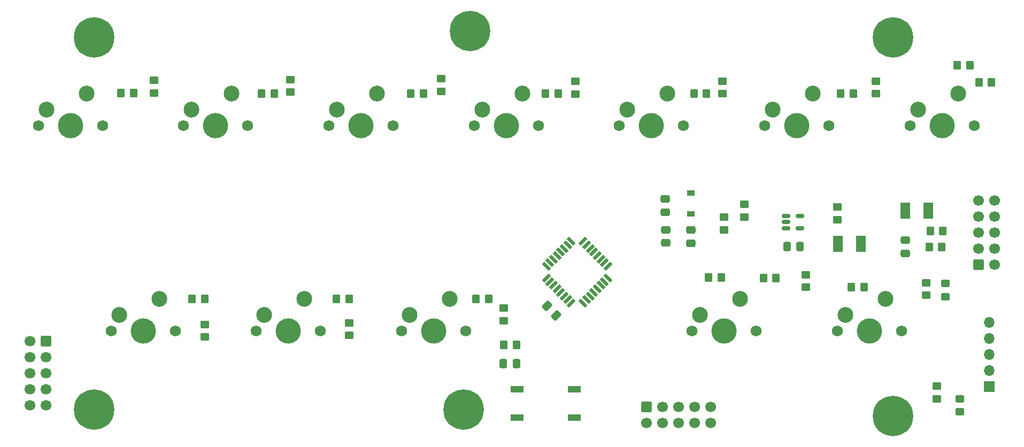
<source format=gbr>
%TF.GenerationSoftware,KiCad,Pcbnew,(6.0.0)*%
%TF.CreationDate,2023-05-12T18:13:20+02:00*%
%TF.ProjectId,keyboard,6b657962-6f61-4726-942e-6b696361645f,rev?*%
%TF.SameCoordinates,Original*%
%TF.FileFunction,Soldermask,Bot*%
%TF.FilePolarity,Negative*%
%FSLAX46Y46*%
G04 Gerber Fmt 4.6, Leading zero omitted, Abs format (unit mm)*
G04 Created by KiCad (PCBNEW (6.0.0)) date 2023-05-12 18:13:20*
%MOMM*%
%LPD*%
G01*
G04 APERTURE LIST*
G04 Aperture macros list*
%AMRoundRect*
0 Rectangle with rounded corners*
0 $1 Rounding radius*
0 $2 $3 $4 $5 $6 $7 $8 $9 X,Y pos of 4 corners*
0 Add a 4 corners polygon primitive as box body*
4,1,4,$2,$3,$4,$5,$6,$7,$8,$9,$2,$3,0*
0 Add four circle primitives for the rounded corners*
1,1,$1+$1,$2,$3*
1,1,$1+$1,$4,$5*
1,1,$1+$1,$6,$7*
1,1,$1+$1,$8,$9*
0 Add four rect primitives between the rounded corners*
20,1,$1+$1,$2,$3,$4,$5,0*
20,1,$1+$1,$4,$5,$6,$7,0*
20,1,$1+$1,$6,$7,$8,$9,0*
20,1,$1+$1,$8,$9,$2,$3,0*%
%AMRotRect*
0 Rectangle, with rotation*
0 The origin of the aperture is its center*
0 $1 length*
0 $2 width*
0 $3 Rotation angle, in degrees counterclockwise*
0 Add horizontal line*
21,1,$1,$2,0,0,$3*%
G04 Aperture macros list end*
%ADD10RoundRect,0.250000X-0.600000X-0.600000X0.600000X-0.600000X0.600000X0.600000X-0.600000X0.600000X0*%
%ADD11C,1.700000*%
%ADD12RoundRect,0.250000X0.600000X0.600000X-0.600000X0.600000X-0.600000X-0.600000X0.600000X-0.600000X0*%
%ADD13C,6.400000*%
%ADD14C,0.800000*%
%ADD15C,4.000000*%
%ADD16C,1.750000*%
%ADD17C,2.500000*%
%ADD18R,1.700000X1.700000*%
%ADD19O,1.700000X1.700000*%
%ADD20RoundRect,0.250000X-0.350000X-0.450000X0.350000X-0.450000X0.350000X0.450000X-0.350000X0.450000X0*%
%ADD21RoundRect,0.250000X0.350000X0.450000X-0.350000X0.450000X-0.350000X-0.450000X0.350000X-0.450000X0*%
%ADD22RoundRect,0.250000X0.450000X-0.350000X0.450000X0.350000X-0.450000X0.350000X-0.450000X-0.350000X0*%
%ADD23RotRect,0.508000X1.473200X315.000000*%
%ADD24RotRect,0.508000X1.473200X45.000000*%
%ADD25RoundRect,0.250000X0.450000X-0.325000X0.450000X0.325000X-0.450000X0.325000X-0.450000X-0.325000X0*%
%ADD26R,1.500000X2.500000*%
%ADD27RoundRect,0.250000X-0.450000X0.350000X-0.450000X-0.350000X0.450000X-0.350000X0.450000X0.350000X0*%
%ADD28RoundRect,0.250000X0.574524X0.097227X0.097227X0.574524X-0.574524X-0.097227X-0.097227X-0.574524X0*%
%ADD29RoundRect,0.250000X0.337500X0.475000X-0.337500X0.475000X-0.337500X-0.475000X0.337500X-0.475000X0*%
%ADD30RoundRect,0.250000X-0.475000X0.337500X-0.475000X-0.337500X0.475000X-0.337500X0.475000X0.337500X0*%
%ADD31RoundRect,0.250000X-0.600000X0.600000X-0.600000X-0.600000X0.600000X-0.600000X0.600000X0.600000X0*%
%ADD32R,2.100000X1.100000*%
%ADD33RoundRect,0.250000X0.475000X-0.337500X0.475000X0.337500X-0.475000X0.337500X-0.475000X-0.337500X0*%
%ADD34RoundRect,0.250000X-0.450000X0.325000X-0.450000X-0.325000X0.450000X-0.325000X0.450000X0.325000X0*%
%ADD35RoundRect,0.150000X-0.512500X-0.150000X0.512500X-0.150000X0.512500X0.150000X-0.512500X0.150000X0*%
%ADD36R,1.200000X0.900000*%
G04 APERTURE END LIST*
D10*
%TO.C,J4*%
X195507500Y-86030000D03*
D11*
X195507500Y-83490000D03*
X195507500Y-80950000D03*
X195507500Y-78410000D03*
X195507500Y-75870000D03*
X198047500Y-86030000D03*
X198047500Y-83490000D03*
X198047500Y-80950000D03*
X198047500Y-78410000D03*
X198047500Y-75870000D03*
%TD*%
D12*
%TO.C,J3*%
X47850000Y-98110000D03*
D11*
X47850000Y-100650000D03*
X47850000Y-103190000D03*
X47850000Y-105730000D03*
X47850000Y-108270000D03*
X45310000Y-98110000D03*
X45310000Y-100650000D03*
X45310000Y-103190000D03*
X45310000Y-105730000D03*
X45310000Y-108270000D03*
%TD*%
D13*
%TO.C,H6*%
X55500000Y-109000000D03*
D14*
X57900000Y-109000000D03*
X57197056Y-110697056D03*
X55500000Y-111400000D03*
X53802944Y-110697056D03*
X53100000Y-109000000D03*
X53802944Y-107302944D03*
X55500000Y-106600000D03*
X57197056Y-107302944D03*
%TD*%
D13*
%TO.C,H5*%
X114000000Y-109000000D03*
D14*
X116400000Y-109000000D03*
X115697056Y-110697056D03*
X114000000Y-111400000D03*
X112302944Y-110697056D03*
X111600000Y-109000000D03*
X112302944Y-107302944D03*
X114000000Y-106600000D03*
X115697056Y-107302944D03*
%TD*%
D13*
%TO.C,H4*%
X182000000Y-110000000D03*
D14*
X184400000Y-110000000D03*
X183697056Y-111697056D03*
X182000000Y-112400000D03*
X180302944Y-111697056D03*
X179600000Y-110000000D03*
X180302944Y-108302944D03*
X182000000Y-107600000D03*
X183697056Y-108302944D03*
%TD*%
D13*
%TO.C,H3*%
X182000000Y-50000000D03*
D14*
X184400000Y-50000000D03*
X183697056Y-51697056D03*
X182000000Y-52400000D03*
X180302944Y-51697056D03*
X179600000Y-50000000D03*
X180302944Y-48302944D03*
X182000000Y-47600000D03*
X183697056Y-48302944D03*
%TD*%
D13*
%TO.C,H2*%
X115000000Y-49000000D03*
D14*
X117400000Y-49000000D03*
X116697056Y-50697056D03*
X115000000Y-51400000D03*
X113302944Y-50697056D03*
X112600000Y-49000000D03*
X113302944Y-47302944D03*
X115000000Y-46600000D03*
X116697056Y-47302944D03*
%TD*%
D13*
%TO.C,H1*%
X55500000Y-50000000D03*
D14*
X57900000Y-50000000D03*
X57197056Y-51697056D03*
X55500000Y-52400000D03*
X53802944Y-51697056D03*
X53100000Y-50000000D03*
X53802944Y-48302944D03*
X55500000Y-47600000D03*
X57197056Y-48302944D03*
%TD*%
D15*
%TO.C,SW9*%
X189750000Y-64000000D03*
D16*
X184670000Y-64000000D03*
X194830000Y-64000000D03*
D17*
X185940000Y-61460000D03*
X192290000Y-58920000D03*
%TD*%
D16*
%TO.C,SW7*%
X171830000Y-64000000D03*
X161670000Y-64000000D03*
D15*
X166750000Y-64000000D03*
D17*
X162940000Y-61460000D03*
X169290000Y-58920000D03*
%TD*%
D15*
%TO.C,SW3*%
X120750000Y-64000000D03*
D16*
X115670000Y-64000000D03*
X125830000Y-64000000D03*
D17*
X116940000Y-61460000D03*
X123290000Y-58920000D03*
%TD*%
D15*
%TO.C,SW12*%
X97750000Y-64000000D03*
D16*
X102830000Y-64000000D03*
X92670000Y-64000000D03*
D17*
X93940000Y-61460000D03*
X100290000Y-58920000D03*
%TD*%
D15*
%TO.C,SW2*%
X109250000Y-96500000D03*
D16*
X114330000Y-96500000D03*
X104170000Y-96500000D03*
D17*
X105440000Y-93960000D03*
X111790000Y-91420000D03*
%TD*%
D15*
%TO.C,SW4*%
X86250000Y-96500000D03*
D16*
X91330000Y-96500000D03*
X81170000Y-96500000D03*
D17*
X82440000Y-93960000D03*
X88790000Y-91420000D03*
%TD*%
D18*
%TO.C,J1*%
X197265000Y-105330000D03*
D19*
X197265000Y-102790000D03*
X197265000Y-100250000D03*
X197265000Y-97710000D03*
X197265000Y-95170000D03*
%TD*%
D15*
%TO.C,SW5*%
X143750000Y-64000000D03*
D16*
X138670000Y-64000000D03*
X148830000Y-64000000D03*
D17*
X139940000Y-61460000D03*
X146290000Y-58920000D03*
%TD*%
D16*
%TO.C,SW11*%
X183330000Y-96500000D03*
X173170000Y-96500000D03*
D15*
X178250000Y-96500000D03*
D17*
X174440000Y-93960000D03*
X180790000Y-91420000D03*
%TD*%
D16*
%TO.C,SW13*%
X150170000Y-96500000D03*
D15*
X155250000Y-96500000D03*
D16*
X160330000Y-96500000D03*
D17*
X151440000Y-93960000D03*
X157790000Y-91420000D03*
%TD*%
D16*
%TO.C,SW6*%
X68330000Y-96500000D03*
X58170000Y-96500000D03*
D15*
X63250000Y-96500000D03*
D17*
X59440000Y-93960000D03*
X65790000Y-91420000D03*
%TD*%
D15*
%TO.C,SW8*%
X51750000Y-64000000D03*
D16*
X46670000Y-64000000D03*
X56830000Y-64000000D03*
D17*
X47940000Y-61460000D03*
X54290000Y-58920000D03*
%TD*%
D16*
%TO.C,SW10*%
X79830000Y-64000000D03*
X69670000Y-64000000D03*
D15*
X74750000Y-64000000D03*
D17*
X70940000Y-61460000D03*
X77290000Y-58920000D03*
%TD*%
D20*
%TO.C,R1*%
X187720000Y-83190000D03*
X189720000Y-83190000D03*
%TD*%
D21*
%TO.C,R20*%
X175690000Y-58910000D03*
X173690000Y-58910000D03*
%TD*%
D22*
%TO.C,R14*%
X154980000Y-58940000D03*
X154980000Y-56940000D03*
%TD*%
%TO.C,R21*%
X65010000Y-58840000D03*
X65010000Y-56840000D03*
%TD*%
D23*
%TO.C,U1*%
X131060295Y-92099501D03*
X130494611Y-91533817D03*
X129928925Y-90968131D03*
X129363239Y-90402445D03*
X128797555Y-89836761D03*
X128231869Y-89271075D03*
X127666184Y-88705390D03*
X127100499Y-88139705D03*
D24*
X127100499Y-86280295D03*
X127666183Y-85714611D03*
X128231869Y-85148925D03*
X128797555Y-84583239D03*
X129363239Y-84017555D03*
X129928925Y-83451869D03*
X130494610Y-82886184D03*
X131060295Y-82320499D03*
D23*
X132919705Y-82320499D03*
X133485389Y-82886183D03*
X134051075Y-83451869D03*
X134616761Y-84017555D03*
X135182445Y-84583239D03*
X135748131Y-85148925D03*
X136313816Y-85714610D03*
X136879501Y-86280295D03*
D24*
X136879501Y-88139705D03*
X136313817Y-88705389D03*
X135748131Y-89271075D03*
X135182445Y-89836761D03*
X134616761Y-90402445D03*
X134051075Y-90968131D03*
X133485390Y-91533816D03*
X132919705Y-92099501D03*
%TD*%
D22*
%TO.C,R29*%
X110460000Y-58540000D03*
X110460000Y-56540000D03*
%TD*%
D21*
%TO.C,R31*%
X107640000Y-58920000D03*
X105640000Y-58920000D03*
%TD*%
D25*
%TO.C,D2*%
X192600000Y-109325000D03*
X192600000Y-107275000D03*
%TD*%
D21*
%TO.C,R12*%
X128990000Y-58930000D03*
X126990000Y-58930000D03*
%TD*%
%TO.C,R22*%
X194180000Y-54410000D03*
X192180000Y-54410000D03*
%TD*%
D22*
%TO.C,R10*%
X131690000Y-58970000D03*
X131690000Y-56970000D03*
%TD*%
D26*
%TO.C,L1*%
X173230000Y-82730000D03*
X176930000Y-82730000D03*
%TD*%
D22*
%TO.C,R25*%
X86600000Y-58690000D03*
X86600000Y-56690000D03*
%TD*%
D27*
%TO.C,R8*%
X155220000Y-78490000D03*
X155220000Y-80490000D03*
%TD*%
%TO.C,R7*%
X158430000Y-76470000D03*
X158430000Y-78470000D03*
%TD*%
D28*
%TO.C,C2*%
X128663072Y-94038716D03*
X127195826Y-92571470D03*
%TD*%
D22*
%TO.C,R6*%
X173210000Y-78910000D03*
X173210000Y-76910000D03*
%TD*%
D27*
%TO.C,R26*%
X168200000Y-87600000D03*
X168200000Y-89600000D03*
%TD*%
D22*
%TO.C,R18*%
X179320000Y-58960000D03*
X179320000Y-56960000D03*
%TD*%
D29*
%TO.C,C4*%
X167277500Y-83170000D03*
X165202500Y-83170000D03*
%TD*%
D21*
%TO.C,R30*%
X163470000Y-88120000D03*
X161470000Y-88120000D03*
%TD*%
D30*
%TO.C,C6*%
X149960000Y-80512500D03*
X149960000Y-82587500D03*
%TD*%
D31*
%TO.C,J2*%
X142980000Y-108552500D03*
D11*
X142980000Y-111092500D03*
X145520000Y-108552500D03*
X145520000Y-111092500D03*
X148060000Y-108552500D03*
X148060000Y-111092500D03*
X150600000Y-108552500D03*
X150600000Y-111092500D03*
X153140000Y-108552500D03*
X153140000Y-111092500D03*
%TD*%
D20*
%TO.C,R5*%
X120360000Y-98700000D03*
X122360000Y-98700000D03*
%TD*%
D27*
%TO.C,R13*%
X95870000Y-95230000D03*
X95870000Y-97230000D03*
%TD*%
D21*
%TO.C,R19*%
X73030000Y-91410000D03*
X71030000Y-91410000D03*
%TD*%
D27*
%TO.C,R3*%
X187210000Y-88870000D03*
X187210000Y-90870000D03*
%TD*%
D32*
%TO.C,SW1*%
X131550000Y-105750000D03*
X122450000Y-105750000D03*
X131550000Y-110250000D03*
X122450000Y-110250000D03*
%TD*%
D21*
%TO.C,R27*%
X84010000Y-58930000D03*
X82010000Y-58930000D03*
%TD*%
D33*
%TO.C,C8*%
X145940000Y-77677500D03*
X145940000Y-75602500D03*
%TD*%
D21*
%TO.C,R16*%
X95880000Y-91410000D03*
X93880000Y-91410000D03*
%TD*%
D26*
%TO.C,L2*%
X183900000Y-77430000D03*
X187600000Y-77430000D03*
%TD*%
D21*
%TO.C,R15*%
X152460000Y-58940000D03*
X150460000Y-58940000D03*
%TD*%
D34*
%TO.C,D1*%
X190320000Y-89015000D03*
X190320000Y-91065000D03*
%TD*%
D21*
%TO.C,R11*%
X117960000Y-91420000D03*
X115960000Y-91420000D03*
%TD*%
D29*
%TO.C,C1*%
X122367500Y-101700000D03*
X120292500Y-101700000D03*
%TD*%
D30*
%TO.C,C7*%
X145980000Y-80502500D03*
X145980000Y-82577500D03*
%TD*%
D21*
%TO.C,R24*%
X197600000Y-57110000D03*
X195600000Y-57110000D03*
%TD*%
D20*
%TO.C,R2*%
X187880000Y-80670000D03*
X189880000Y-80670000D03*
%TD*%
D35*
%TO.C,U2*%
X165022500Y-80230000D03*
X165022500Y-79280000D03*
X165022500Y-78330000D03*
X167297500Y-78330000D03*
X167297500Y-80230000D03*
%TD*%
D27*
%TO.C,R17*%
X73040000Y-95460000D03*
X73040000Y-97460000D03*
%TD*%
%TO.C,R4*%
X188970000Y-105270000D03*
X188970000Y-107270000D03*
%TD*%
D36*
%TO.C,D13*%
X149960000Y-77950000D03*
X149960000Y-74650000D03*
%TD*%
D20*
%TO.C,R28*%
X175430000Y-89600000D03*
X177430000Y-89600000D03*
%TD*%
D27*
%TO.C,R9*%
X120330000Y-92890000D03*
X120330000Y-94890000D03*
%TD*%
D21*
%TO.C,R23*%
X61740000Y-58840000D03*
X59740000Y-58840000D03*
%TD*%
D33*
%TO.C,C5*%
X183970000Y-84227500D03*
X183970000Y-82152500D03*
%TD*%
D20*
%TO.C,R32*%
X152810000Y-88070000D03*
X154810000Y-88070000D03*
%TD*%
M02*

</source>
